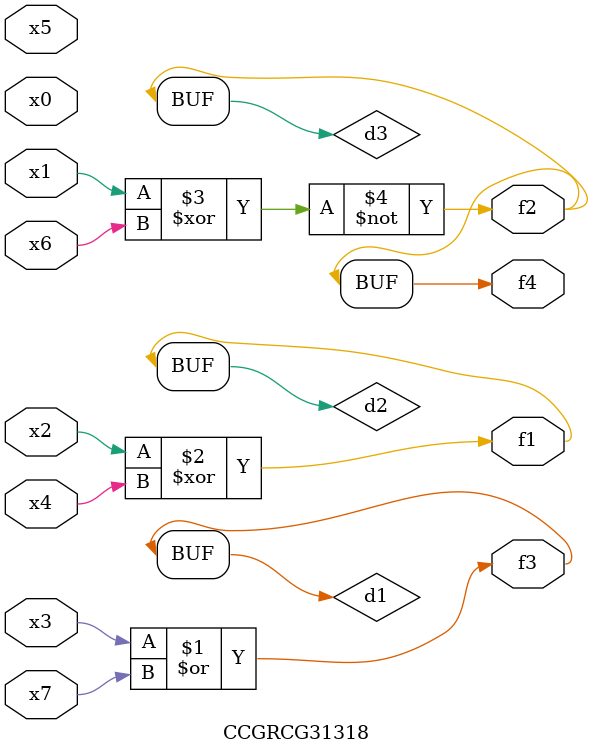
<source format=v>
module CCGRCG31318(
	input x0, x1, x2, x3, x4, x5, x6, x7,
	output f1, f2, f3, f4
);

	wire d1, d2, d3;

	or (d1, x3, x7);
	xor (d2, x2, x4);
	xnor (d3, x1, x6);
	assign f1 = d2;
	assign f2 = d3;
	assign f3 = d1;
	assign f4 = d3;
endmodule

</source>
